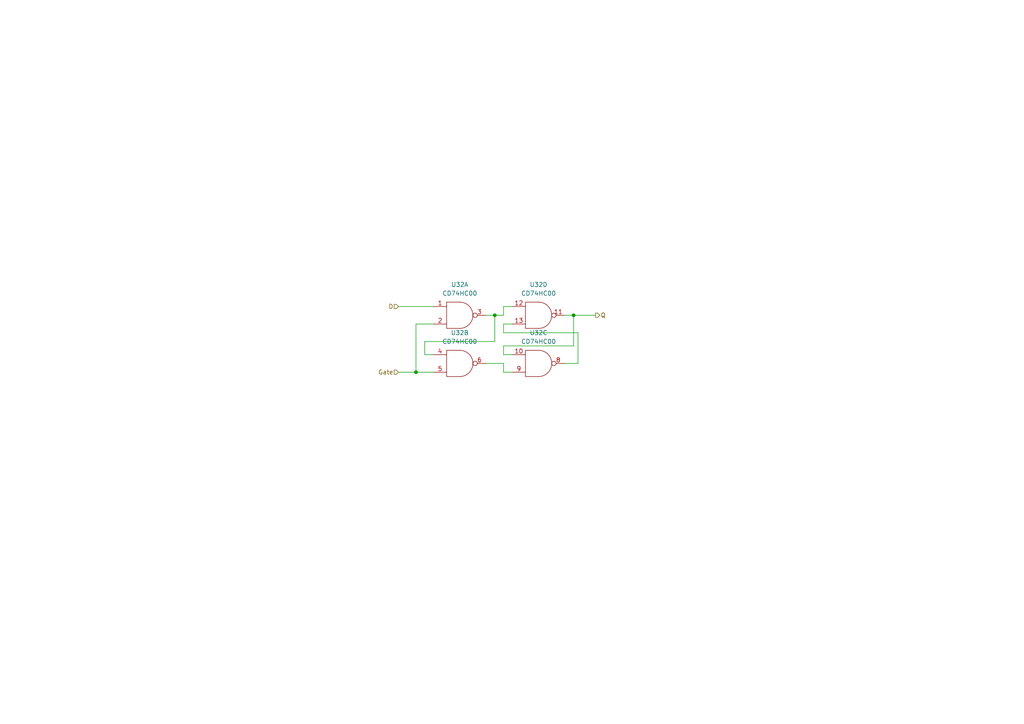
<source format=kicad_sch>
(kicad_sch (version 20211123) (generator eeschema)
  (paper "A4")
  (lib_symbols
    (symbol "CD74HCXX:CD74HC00" (pin_names (offset 0.762))
      (property "Reference" "U" (at -2.54 6.985 0))
      (property "Value" "CD74HC00" (at 1.27 5.08 0))
      (symbol "CD74HC00_0_0"
        (pin power_in line (at -2.54 2.54 0) (length 0) hide (name "VCC") (number "14"))
        (pin power_in line (at -2.54 -2.54 0) (length 0) hide (name "GND") (number "7"))
      )
      (symbol "CD74HC00_0_1"
        (arc (start 0 -3.81) (mid 3.81 0) (end 0 3.81))
        (polyline (pts (xy 0 3.81) (xy -3.81 3.81) (xy -3.81 -3.81) (xy 0 -3.81)))
      )
      (symbol "CD74HC00_0_2"
        (arc (start -4.445 -3.81) (mid -3.175 0) (end -4.445 3.81))
        (arc (start -3.175 -3.81) (mid 0.803 -2.7954) (end 3.81 0))
        (polyline (pts (xy -4.445 -3.81) (xy -3.175 -3.81)))
        (polyline (pts (xy -4.445 3.81) (xy -3.175 3.81)))
        (arc (start 3.81 0) (mid 0.8099 2.8117) (end -3.175 3.81))
      )
      (symbol "CD74HC00_1_1"
        (pin input line (at -7.62 2.54 0) (length 3.81) (name "~") (number "1"))
        (pin input line (at -7.62 -2.54 0) (length 3.81) (name "~") (number "2"))
        (pin output inverted (at 7.62 0 180) (length 3.81) (name "~") (number "3"))
      )
      (symbol "CD74HC00_1_2"
        (pin input inverted (at -7.62 2.54 0) (length 3.81) (name "~") (number "1"))
        (pin input inverted (at -7.62 -2.54 0) (length 3.81) (name "~") (number "2"))
        (pin output line (at 7.62 0 180) (length 3.81) (name "~") (number "3"))
      )
      (symbol "CD74HC00_2_1"
        (pin input line (at -7.62 2.54 0) (length 3.81) (name "~") (number "4"))
        (pin input line (at -7.62 -2.54 0) (length 3.81) (name "~") (number "5"))
        (pin output inverted (at 7.62 0 180) (length 3.81) (name "~") (number "6"))
      )
      (symbol "CD74HC00_2_2"
        (pin input inverted (at -7.62 2.54 0) (length 3.81) (name "~") (number "4"))
        (pin input inverted (at -7.62 -2.54 0) (length 3.81) (name "~") (number "5"))
        (pin output line (at 7.62 0 180) (length 3.81) (name "~") (number "6"))
      )
      (symbol "CD74HC00_3_1"
        (pin input line (at -7.62 -2.54 0) (length 3.81) (name "~") (number "10"))
        (pin output inverted (at 7.62 0 180) (length 3.81) (name "~") (number "8"))
        (pin input line (at -7.62 2.54 0) (length 3.81) (name "~") (number "9"))
      )
      (symbol "CD74HC00_3_2"
        (pin input inverted (at -7.62 -2.54 0) (length 3.81) (name "~") (number "10"))
        (pin output line (at 7.62 0 180) (length 3.81) (name "~") (number "8"))
        (pin input inverted (at -7.62 2.54 0) (length 3.81) (name "~") (number "9"))
      )
      (symbol "CD74HC00_4_1"
        (pin output inverted (at 7.62 0 180) (length 3.81) (name "~") (number "11"))
        (pin input line (at -7.62 2.54 0) (length 3.81) (name "~") (number "12"))
        (pin input line (at -7.62 -2.54 0) (length 3.81) (name "~") (number "13"))
      )
      (symbol "CD74HC00_4_2"
        (pin output line (at 7.62 0 180) (length 3.81) (name "~") (number "11"))
        (pin input inverted (at -7.62 2.54 0) (length 3.81) (name "~") (number "12"))
        (pin input inverted (at -7.62 -2.54 0) (length 3.81) (name "~") (number "13"))
      )
    )
  )
  (junction (at 120.65 107.95))
  (junction (at 143.51 91.44))
  (junction (at 166.37 91.44))
  (wire (pts (xy 146.05 96.52) (xy 167.64 96.52)))
  (wire (pts (xy 120.65 107.95) (xy 125.73 107.95)))
  (wire (pts (xy 123.19 102.87) (xy 123.19 99.06)))
  (wire (pts (xy 115.57 107.95) (xy 120.65 107.95)))
  (wire (pts (xy 167.64 96.52) (xy 167.64 105.41)))
  (wire (pts (xy 146.05 105.41) (xy 146.05 107.95)))
  (wire (pts (xy 143.51 91.44) (xy 143.51 99.06)))
  (wire (pts (xy 146.05 91.44) (xy 143.51 91.44)))
  (wire (pts (xy 125.73 93.98) (xy 120.65 93.98)))
  (wire (pts (xy 140.97 105.41) (xy 146.05 105.41)))
  (wire (pts (xy 146.05 88.9) (xy 146.05 91.44)))
  (wire (pts (xy 146.05 102.87) (xy 146.05 100.33)))
  (wire (pts (xy 148.59 93.98) (xy 146.05 93.98)))
  (wire (pts (xy 140.97 91.44) (xy 143.51 91.44)))
  (wire (pts (xy 148.59 88.9) (xy 146.05 88.9)))
  (wire (pts (xy 125.73 102.87) (xy 123.19 102.87)))
  (wire (pts (xy 120.65 93.98) (xy 120.65 107.95)))
  (wire (pts (xy 115.57 88.9) (xy 125.73 88.9)))
  (wire (pts (xy 123.19 99.06) (xy 143.51 99.06)))
  (wire (pts (xy 166.37 100.33) (xy 166.37 91.44)))
  (wire (pts (xy 166.37 91.44) (xy 172.72 91.44)))
  (wire (pts (xy 146.05 93.98) (xy 146.05 96.52)))
  (wire (pts (xy 167.64 105.41) (xy 163.83 105.41)))
  (wire (pts (xy 148.59 102.87) (xy 146.05 102.87)))
  (wire (pts (xy 166.37 91.44) (xy 163.83 91.44)))
  (wire (pts (xy 146.05 107.95) (xy 148.59 107.95)))
  (wire (pts (xy 146.05 100.33) (xy 166.37 100.33)))
  (hierarchical_label "Gate" (shape input) (at 115.57 107.95 180))
  (hierarchical_label "D" (shape input) (at 115.57 88.9 180))
  (hierarchical_label "Q" (shape output) (at 172.72 91.44 0))
  (symbol (lib_id "CD74HCXX:CD74HC00") (at 133.35 105.41 0) (unit 2)
    (property "Reference" "U32" (at 133.35 96.52 0))
    (property "Value" "CD74HC00" (at 133.35 99.06 0))
    (property "Footprint" "Package_DIP:DIP-14_W7.62mm" (effects hide))
  )
  (symbol (lib_id "CD74HCXX:CD74HC00") (at 156.21 91.44 0) (unit 4)
    (property "Reference" "U32" (at 156.21 82.55 0))
    (property "Value" "CD74HC00" (at 156.21 85.09 0))
    (property "Footprint" "Package_DIP:DIP-14_W7.62mm" (effects hide))
  )
  (symbol (lib_id "CD74HCXX:CD74HC00") (at 133.35 91.44 0) (unit 1)
    (property "Reference" "U32" (at 133.35 82.55 0))
    (property "Value" "CD74HC00" (at 133.35 85.09 0))
    (property "Footprint" "Package_DIP:DIP-14_W7.62mm" (effects hide))
  )
  (symbol (lib_id "CD74HCXX:CD74HC00") (at 156.21 105.41 0) (mirror x) (unit 3)
    (property "Reference" "U32" (at 156.21 96.52 0))
    (property "Value" "CD74HC00" (at 156.21 99.06 0))
    (property "Footprint" "Package_DIP:DIP-14_W7.62mm" (effects hide))
  )
)
</source>
